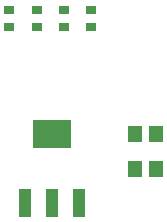
<source format=gbp>
G04*
G04 #@! TF.GenerationSoftware,Altium Limited,Altium Designer,21.6.1 (37)*
G04*
G04 Layer_Color=128*
%FSLAX24Y24*%
%MOIN*%
G70*
G04*
G04 #@! TF.SameCoordinates,2CDDA2BD-A9AE-4566-A957-8AB6CD1B29DF*
G04*
G04*
G04 #@! TF.FilePolarity,Positive*
G04*
G01*
G75*
%ADD43R,0.0472X0.0551*%
%ADD44R,0.0394X0.0945*%
%ADD45R,0.1299X0.0945*%
%ADD46R,0.0354X0.0276*%
D43*
X8459Y2900D02*
D03*
X7750D02*
D03*
X8459Y1750D02*
D03*
X7750D02*
D03*
D44*
X5906Y617D02*
D03*
X5000D02*
D03*
X4094D02*
D03*
D45*
X5000Y2900D02*
D03*
D46*
X5389Y7045D02*
D03*
Y6455D02*
D03*
X6300Y7045D02*
D03*
Y6455D02*
D03*
X3567D02*
D03*
Y7045D02*
D03*
X4478Y6455D02*
D03*
Y7045D02*
D03*
M02*

</source>
